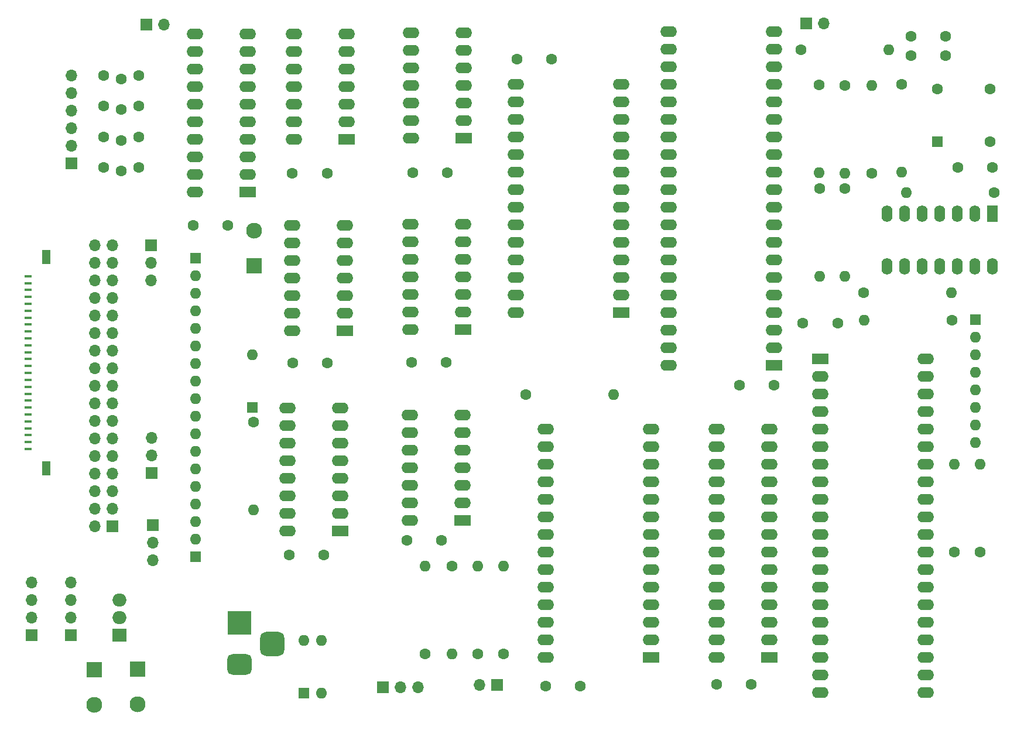
<source format=gbr>
%TF.GenerationSoftware,KiCad,Pcbnew,9.0.4*%
%TF.CreationDate,2025-09-17T13:48:34-04:00*%
%TF.ProjectId,C1581i,43313538-3169-42e6-9b69-6361645f7063,PROTO 2*%
%TF.SameCoordinates,Original*%
%TF.FileFunction,Soldermask,Top*%
%TF.FilePolarity,Negative*%
%FSLAX46Y46*%
G04 Gerber Fmt 4.6, Leading zero omitted, Abs format (unit mm)*
G04 Created by KiCad (PCBNEW 9.0.4) date 2025-09-17 13:48:34*
%MOMM*%
%LPD*%
G01*
G04 APERTURE LIST*
G04 Aperture macros list*
%AMRoundRect*
0 Rectangle with rounded corners*
0 $1 Rounding radius*
0 $2 $3 $4 $5 $6 $7 $8 $9 X,Y pos of 4 corners*
0 Add a 4 corners polygon primitive as box body*
4,1,4,$2,$3,$4,$5,$6,$7,$8,$9,$2,$3,0*
0 Add four circle primitives for the rounded corners*
1,1,$1+$1,$2,$3*
1,1,$1+$1,$4,$5*
1,1,$1+$1,$6,$7*
1,1,$1+$1,$8,$9*
0 Add four rect primitives between the rounded corners*
20,1,$1+$1,$2,$3,$4,$5,0*
20,1,$1+$1,$4,$5,$6,$7,0*
20,1,$1+$1,$6,$7,$8,$9,0*
20,1,$1+$1,$8,$9,$2,$3,0*%
G04 Aperture macros list end*
%ADD10C,1.600000*%
%ADD11R,1.000000X0.400000*%
%ADD12R,1.300000X2.000000*%
%ADD13R,2.400000X1.600000*%
%ADD14O,2.400000X1.600000*%
%ADD15O,1.600000X1.600000*%
%ADD16R,1.600000X1.600000*%
%ADD17R,2.300000X2.300000*%
%ADD18C,2.300000*%
%ADD19R,1.700000X1.700000*%
%ADD20O,1.700000X1.700000*%
%ADD21R,2.000000X1.905000*%
%ADD22O,2.000000X1.905000*%
%ADD23R,1.600000X2.400000*%
%ADD24O,1.600000X2.400000*%
%ADD25R,3.500000X3.500000*%
%ADD26RoundRect,0.750000X1.000000X-0.750000X1.000000X0.750000X-1.000000X0.750000X-1.000000X-0.750000X0*%
%ADD27RoundRect,0.875000X0.875000X-0.875000X0.875000X0.875000X-0.875000X0.875000X-0.875000X-0.875000X0*%
G04 APERTURE END LIST*
D10*
%TO.C,EM2*%
X106725000Y-48370000D03*
X109265000Y-48878000D03*
X111805000Y-48370000D03*
%TD*%
D11*
%TO.C,J4*%
X95756800Y-102374000D03*
X95756800Y-101374000D03*
X95756800Y-100374000D03*
X95756800Y-99374000D03*
X95756800Y-98374000D03*
X95756800Y-97374000D03*
X95756800Y-96374000D03*
X95756800Y-95374000D03*
X95756800Y-94374000D03*
X95756800Y-93374000D03*
X95756800Y-92374000D03*
X95756800Y-91374000D03*
X95756800Y-90374000D03*
X95756800Y-89374000D03*
X95756800Y-88374000D03*
X95756800Y-87374000D03*
X95756800Y-86374000D03*
X95756800Y-85374000D03*
X95756800Y-84374000D03*
X95756800Y-83374000D03*
X95756800Y-82374000D03*
X95756800Y-81374000D03*
X95756800Y-80374000D03*
X95756800Y-79374000D03*
X95756800Y-78374000D03*
X95756800Y-77374000D03*
D12*
X98456800Y-105174000D03*
X98456800Y-74574000D03*
%TD*%
D13*
%TO.C,U12*%
X158790000Y-57440000D03*
D14*
X158790000Y-54900000D03*
X158790000Y-52360000D03*
X158790000Y-49820000D03*
X158790000Y-47280000D03*
X158790000Y-44740000D03*
X158790000Y-42200000D03*
X151170000Y-42200000D03*
X151170000Y-44740000D03*
X151170000Y-47280000D03*
X151170000Y-49820000D03*
X151170000Y-52360000D03*
X151170000Y-54900000D03*
X151170000Y-57440000D03*
%TD*%
D10*
%TO.C,C14*%
X223470000Y-42690000D03*
X228470000Y-42690000D03*
%TD*%
%TO.C,C5*%
X198660000Y-93130000D03*
X203660000Y-93130000D03*
%TD*%
%TO.C,FB3*%
X217810000Y-62460000D03*
D15*
X217810000Y-49760000D03*
%TD*%
D16*
%TO.C,RP1*%
X120010000Y-74780000D03*
D15*
X120010000Y-77320000D03*
X120010000Y-79860000D03*
X120010000Y-82400000D03*
X120010000Y-84940000D03*
X120010000Y-87480000D03*
X120010000Y-90020000D03*
X120010000Y-92560000D03*
X120010000Y-95100000D03*
%TD*%
D17*
%TO.C,C91*%
X111590000Y-134230000D03*
D18*
X111590000Y-139310000D03*
%TD*%
D19*
%TO.C,J2*%
X113800000Y-113350000D03*
D20*
X113800000Y-115890000D03*
X113800000Y-118430000D03*
%TD*%
D16*
%TO.C,D1*%
X128220000Y-96380000D03*
D15*
X128220000Y-88760000D03*
%TD*%
D10*
%TO.C,EM3*%
X111835000Y-61692000D03*
X109295000Y-62200000D03*
X106755000Y-61692000D03*
%TD*%
%TO.C,C10*%
X230260000Y-61650000D03*
X235260000Y-61650000D03*
%TD*%
%TO.C,C1*%
X212850000Y-84190000D03*
X207850000Y-84190000D03*
%TD*%
%TO.C,R2*%
X128371600Y-98501200D03*
D15*
X128371600Y-111201200D03*
%TD*%
D10*
%TO.C,R5*%
X207590000Y-44590000D03*
D15*
X220290000Y-44590000D03*
%TD*%
D10*
%TO.C,EM4*%
X111834999Y-57230000D03*
X109294999Y-57738000D03*
X106754999Y-57230000D03*
%TD*%
%TO.C,R1*%
X233500000Y-117260000D03*
D15*
X233500000Y-104560000D03*
%TD*%
D19*
%TO.C,J3*%
X113650000Y-105875000D03*
D20*
X113650000Y-103335000D03*
X113650000Y-100795000D03*
%TD*%
D10*
%TO.C,C3*%
X195330000Y-136410000D03*
X200330000Y-136410000D03*
%TD*%
D19*
%TO.C,J1*%
X113570000Y-72900000D03*
D20*
X113570000Y-75440000D03*
X113570000Y-77980000D03*
%TD*%
D19*
%TO.C,J5*%
X163590000Y-136470000D03*
D20*
X161050000Y-136470000D03*
%TD*%
D10*
%TO.C,R10*%
X229410000Y-83720000D03*
D15*
X216710000Y-83720000D03*
%TD*%
D17*
%TO.C,C20*%
X128480000Y-75890000D03*
D18*
X128480000Y-70810000D03*
%TD*%
D10*
%TO.C,C15*%
X223470000Y-45460000D03*
X228470000Y-45460000D03*
%TD*%
D17*
%TO.C,C90*%
X105370000Y-134270000D03*
D18*
X105370000Y-139350000D03*
%TD*%
D10*
%TO.C,FB1*%
X229760000Y-117240000D03*
D15*
X229760000Y-104540000D03*
%TD*%
D13*
%TO.C,U3*%
X202950000Y-132530000D03*
D14*
X202950000Y-129990000D03*
X202950000Y-127450000D03*
X202950000Y-124910000D03*
X202950000Y-122370000D03*
X202950000Y-119830000D03*
X202950000Y-117290000D03*
X202950000Y-114750000D03*
X202950000Y-112210000D03*
X202950000Y-109670000D03*
X202950000Y-107130000D03*
X202950000Y-104590000D03*
X202950000Y-102050000D03*
X202950000Y-99510000D03*
X195330000Y-99510000D03*
X195330000Y-102050000D03*
X195330000Y-104590000D03*
X195330000Y-107130000D03*
X195330000Y-109670000D03*
X195330000Y-112210000D03*
X195330000Y-114750000D03*
X195330000Y-117290000D03*
X195330000Y-119830000D03*
X195330000Y-122370000D03*
X195330000Y-124910000D03*
X195330000Y-127450000D03*
X195330000Y-129990000D03*
X195330000Y-132530000D03*
%TD*%
D10*
%TO.C,R14*%
X164580000Y-132010000D03*
D15*
X164580000Y-119310000D03*
%TD*%
D16*
%TO.C,SW1*%
X135636000Y-137668000D03*
D15*
X138176000Y-137668000D03*
X138176000Y-130048000D03*
X135636000Y-130048000D03*
%TD*%
D10*
%TO.C,FB2*%
X213870000Y-64680000D03*
D15*
X213870000Y-77380000D03*
%TD*%
D10*
%TO.C,C11*%
X150570000Y-115560000D03*
X155570000Y-115560000D03*
%TD*%
%TO.C,R12*%
X160820000Y-132010000D03*
D15*
X160820000Y-119310000D03*
%TD*%
D13*
%TO.C,U13*%
X127560000Y-65170000D03*
D14*
X127560000Y-62630000D03*
X127560000Y-60090000D03*
X127560000Y-57550000D03*
X127560000Y-55010000D03*
X127560000Y-52470000D03*
X127560000Y-49930000D03*
X127560000Y-47390000D03*
X127560000Y-44850000D03*
X127560000Y-42310000D03*
X119940000Y-42310000D03*
X119940000Y-44850000D03*
X119940000Y-47390000D03*
X119940000Y-49930000D03*
X119940000Y-52470000D03*
X119940000Y-55010000D03*
X119940000Y-57550000D03*
X119940000Y-60090000D03*
X119940000Y-62630000D03*
X119940000Y-65170000D03*
%TD*%
D21*
%TO.C,U90*%
X108966000Y-129286000D03*
D22*
X108966000Y-126746000D03*
X108966000Y-124206000D03*
%TD*%
D19*
%TO.C,J6*%
X112903000Y-40970200D03*
D20*
X115443000Y-40970200D03*
%TD*%
D10*
%TO.C,C8*%
X151210000Y-89860000D03*
X156210000Y-89860000D03*
%TD*%
D19*
%TO.C,CN2*%
X107970000Y-113540000D03*
D20*
X105430000Y-113540000D03*
X107970000Y-111000000D03*
X105430000Y-111000000D03*
X107970000Y-108460000D03*
X105430000Y-108460000D03*
X107970000Y-105920000D03*
X105430000Y-105920000D03*
X107970000Y-103380000D03*
X105430000Y-103380000D03*
X107970000Y-100840000D03*
X105430000Y-100840000D03*
X107970000Y-98300000D03*
X105430000Y-98300000D03*
X107970000Y-95760000D03*
X105430000Y-95760000D03*
X107970000Y-93220000D03*
X105430000Y-93220000D03*
X107970000Y-90680000D03*
X105430000Y-90680000D03*
X107970000Y-88140000D03*
X105430000Y-88140000D03*
X107970000Y-85600000D03*
X105430000Y-85600000D03*
X107970000Y-83060000D03*
X105430000Y-83060000D03*
X107970000Y-80520000D03*
X105430000Y-80520000D03*
X107970000Y-77980000D03*
X105430000Y-77980000D03*
X107970000Y-75440000D03*
X105430000Y-75440000D03*
X107970000Y-72900000D03*
X105430000Y-72900000D03*
%TD*%
D23*
%TO.C,U10*%
X235210000Y-68380000D03*
D24*
X232670000Y-68380000D03*
X230130000Y-68380000D03*
X227590000Y-68380000D03*
X225050000Y-68380000D03*
X222510000Y-68380000D03*
X219970000Y-68380000D03*
X219970000Y-76000000D03*
X222510000Y-76000000D03*
X225050000Y-76000000D03*
X227590000Y-76000000D03*
X230130000Y-76000000D03*
X232670000Y-76000000D03*
X235210000Y-76000000D03*
%TD*%
D19*
%TO.C,CN1*%
X102006400Y-129286000D03*
D20*
X102006400Y-126746000D03*
X102006400Y-124206000D03*
X102006400Y-121666000D03*
%TD*%
D19*
%TO.C,JP1*%
X208340000Y-40790000D03*
D20*
X210880000Y-40790000D03*
%TD*%
D10*
%TO.C,FB5*%
X216630000Y-79760000D03*
D15*
X229330000Y-79760000D03*
%TD*%
D10*
%TO.C,R4*%
X167800000Y-94480000D03*
D15*
X180500000Y-94480000D03*
%TD*%
D10*
%TO.C,R13*%
X157120000Y-119320000D03*
D15*
X157120000Y-132020000D03*
%TD*%
D10*
%TO.C,C4*%
X166520000Y-46010000D03*
X171520000Y-46010000D03*
%TD*%
%TO.C,FB6*%
X210210000Y-49700000D03*
D15*
X210210000Y-62400000D03*
%TD*%
D10*
%TO.C,C9*%
X134020000Y-62520000D03*
X139020000Y-62520000D03*
%TD*%
D13*
%TO.C,U4*%
X181580000Y-82640000D03*
D14*
X181580000Y-80100000D03*
X181580000Y-77560000D03*
X181580000Y-75020000D03*
X181580000Y-72480000D03*
X181580000Y-69940000D03*
X181580000Y-67400000D03*
X181580000Y-64860000D03*
X181580000Y-62320000D03*
X181580000Y-59780000D03*
X181580000Y-57240000D03*
X181580000Y-54700000D03*
X181580000Y-52160000D03*
X181580000Y-49620000D03*
X166340000Y-49620000D03*
X166340000Y-52160000D03*
X166340000Y-54700000D03*
X166340000Y-57240000D03*
X166340000Y-59780000D03*
X166340000Y-62320000D03*
X166340000Y-64860000D03*
X166340000Y-67400000D03*
X166340000Y-69940000D03*
X166340000Y-72480000D03*
X166340000Y-75020000D03*
X166340000Y-77560000D03*
X166340000Y-80100000D03*
X166340000Y-82640000D03*
%TD*%
D10*
%TO.C,EM1*%
X111825000Y-52730000D03*
X109285000Y-53238000D03*
X106745000Y-52730000D03*
%TD*%
%TO.C,C12*%
X151400000Y-62410000D03*
X156400000Y-62410000D03*
%TD*%
%TO.C,C13*%
X119690000Y-70060000D03*
X124690000Y-70060000D03*
%TD*%
%TO.C,C7*%
X134080000Y-89890000D03*
X139080000Y-89890000D03*
%TD*%
%TO.C,C2*%
X170620000Y-136690000D03*
X175620000Y-136690000D03*
%TD*%
%TO.C,R3*%
X210230000Y-64710000D03*
D15*
X210230000Y-77410000D03*
%TD*%
D19*
%TO.C,CN8*%
X96276400Y-129286000D03*
D20*
X96276400Y-126746000D03*
X96276400Y-124206000D03*
X96276400Y-121666000D03*
%TD*%
D13*
%TO.C,U1*%
X210340000Y-89330000D03*
D14*
X210340000Y-91870000D03*
X210340000Y-94410000D03*
X210340000Y-96950000D03*
X210340000Y-99490000D03*
X210340000Y-102030000D03*
X210340000Y-104570000D03*
X210340000Y-107110000D03*
X210340000Y-109650000D03*
X210340000Y-112190000D03*
X210340000Y-114730000D03*
X210340000Y-117270000D03*
X210340000Y-119810000D03*
X210340000Y-122350000D03*
X210340000Y-124890000D03*
X210340000Y-127430000D03*
X210340000Y-129970000D03*
X210340000Y-132510000D03*
X210340000Y-135050000D03*
X210340000Y-137590000D03*
X225580000Y-137590000D03*
X225580000Y-135050000D03*
X225580000Y-132510000D03*
X225580000Y-129970000D03*
X225580000Y-127430000D03*
X225580000Y-124890000D03*
X225580000Y-122350000D03*
X225580000Y-119810000D03*
X225580000Y-117270000D03*
X225580000Y-114730000D03*
X225580000Y-112190000D03*
X225580000Y-109650000D03*
X225580000Y-107110000D03*
X225580000Y-104570000D03*
X225580000Y-102030000D03*
X225580000Y-99490000D03*
X225580000Y-96950000D03*
X225580000Y-94410000D03*
X225580000Y-91870000D03*
X225580000Y-89330000D03*
%TD*%
D13*
%TO.C,U7*%
X141590000Y-85270000D03*
D14*
X141590000Y-82730000D03*
X141590000Y-80190000D03*
X141590000Y-77650000D03*
X141590000Y-75110000D03*
X141590000Y-72570000D03*
X141590000Y-70030000D03*
X133970000Y-70030000D03*
X133970000Y-72570000D03*
X133970000Y-75110000D03*
X133970000Y-77650000D03*
X133970000Y-80190000D03*
X133970000Y-82730000D03*
X133970000Y-85270000D03*
%TD*%
D10*
%TO.C,R11*%
X213920000Y-49760000D03*
D15*
X213920000Y-62460000D03*
%TD*%
D19*
%TO.C,CN5*%
X147080000Y-136830000D03*
D20*
X149620000Y-136830000D03*
X152160000Y-136830000D03*
%TD*%
D16*
%TO.C,X1*%
X227260000Y-57930000D03*
D10*
X234880000Y-57930000D03*
X234880000Y-50310000D03*
X227260000Y-50310000D03*
%TD*%
D13*
%TO.C,U5*%
X203630000Y-90290000D03*
D14*
X203630000Y-87750000D03*
X203630000Y-85210000D03*
X203630000Y-82670000D03*
X203630000Y-80130000D03*
X203630000Y-77590000D03*
X203630000Y-75050000D03*
X203630000Y-72510000D03*
X203630000Y-69970000D03*
X203630000Y-67430000D03*
X203630000Y-64890000D03*
X203630000Y-62350000D03*
X203630000Y-59810000D03*
X203630000Y-57270000D03*
X203630000Y-54730000D03*
X203630000Y-52190000D03*
X203630000Y-49650000D03*
X203630000Y-47110000D03*
X203630000Y-44570000D03*
X203630000Y-42030000D03*
X188390000Y-42030000D03*
X188390000Y-44570000D03*
X188390000Y-47110000D03*
X188390000Y-49650000D03*
X188390000Y-52190000D03*
X188390000Y-54730000D03*
X188390000Y-57270000D03*
X188390000Y-59810000D03*
X188390000Y-62350000D03*
X188390000Y-64890000D03*
X188390000Y-67430000D03*
X188390000Y-69970000D03*
X188390000Y-72510000D03*
X188390000Y-75050000D03*
X188390000Y-77590000D03*
X188390000Y-80130000D03*
X188390000Y-82670000D03*
X188390000Y-85210000D03*
X188390000Y-87750000D03*
X188390000Y-90290000D03*
%TD*%
D10*
%TO.C,C6*%
X133530000Y-117660000D03*
X138530000Y-117660000D03*
%TD*%
D16*
%TO.C,RP2*%
X232770000Y-83660000D03*
D15*
X232770000Y-86200000D03*
X232770000Y-88740000D03*
X232770000Y-91280000D03*
X232770000Y-93820000D03*
X232770000Y-96360000D03*
X232770000Y-98900000D03*
X232770000Y-101440000D03*
%TD*%
D19*
%TO.C,CN7*%
X102065000Y-61078000D03*
D20*
X102065000Y-58538000D03*
X102065000Y-55998000D03*
X102065000Y-53458000D03*
X102065000Y-50918000D03*
X102065000Y-48378000D03*
%TD*%
D13*
%TO.C,U6*%
X140940000Y-114190000D03*
D14*
X140940000Y-111650000D03*
X140940000Y-109110000D03*
X140940000Y-106570000D03*
X140940000Y-104030000D03*
X140940000Y-101490000D03*
X140940000Y-98950000D03*
X140940000Y-96410000D03*
X133320000Y-96410000D03*
X133320000Y-98950000D03*
X133320000Y-101490000D03*
X133320000Y-104030000D03*
X133320000Y-106570000D03*
X133320000Y-109110000D03*
X133320000Y-111650000D03*
X133320000Y-114190000D03*
%TD*%
D13*
%TO.C,U8*%
X158730000Y-85100000D03*
D14*
X158730000Y-82560000D03*
X158730000Y-80020000D03*
X158730000Y-77480000D03*
X158730000Y-74940000D03*
X158730000Y-72400000D03*
X158730000Y-69860000D03*
X151110000Y-69860000D03*
X151110000Y-72400000D03*
X151110000Y-74940000D03*
X151110000Y-77480000D03*
X151110000Y-80020000D03*
X151110000Y-82560000D03*
X151110000Y-85100000D03*
%TD*%
D13*
%TO.C,U2*%
X185910000Y-132510000D03*
D14*
X185910000Y-129970000D03*
X185910000Y-127430000D03*
X185910000Y-124890000D03*
X185910000Y-122350000D03*
X185910000Y-119810000D03*
X185910000Y-117270000D03*
X185910000Y-114730000D03*
X185910000Y-112190000D03*
X185910000Y-109650000D03*
X185910000Y-107110000D03*
X185910000Y-104570000D03*
X185910000Y-102030000D03*
X185910000Y-99490000D03*
X170670000Y-99490000D03*
X170670000Y-102030000D03*
X170670000Y-104570000D03*
X170670000Y-107110000D03*
X170670000Y-109650000D03*
X170670000Y-112190000D03*
X170670000Y-114730000D03*
X170670000Y-117270000D03*
X170670000Y-119810000D03*
X170670000Y-122350000D03*
X170670000Y-124890000D03*
X170670000Y-127430000D03*
X170670000Y-129970000D03*
X170670000Y-132510000D03*
%TD*%
D25*
%TO.C,J90*%
X126364000Y-127556000D03*
D26*
X126364000Y-133556000D03*
D27*
X131064000Y-130556000D03*
%TD*%
D16*
%TO.C,RP11*%
X120010000Y-117990000D03*
D15*
X120010000Y-115450000D03*
X120010000Y-112910000D03*
X120010000Y-110370000D03*
X120010000Y-107830000D03*
X120010000Y-105290000D03*
X120010000Y-102750000D03*
X120010000Y-100210000D03*
X120010000Y-97670000D03*
%TD*%
D10*
%TO.C,R6*%
X153240000Y-132050000D03*
D15*
X153240000Y-119350000D03*
%TD*%
D13*
%TO.C,U11*%
X158600000Y-112720000D03*
D14*
X158600000Y-110180000D03*
X158600000Y-107640000D03*
X158600000Y-105100000D03*
X158600000Y-102560000D03*
X158600000Y-100020000D03*
X158600000Y-97480000D03*
X150980000Y-97480000D03*
X150980000Y-100020000D03*
X150980000Y-102560000D03*
X150980000Y-105100000D03*
X150980000Y-107640000D03*
X150980000Y-110180000D03*
X150980000Y-112720000D03*
%TD*%
D13*
%TO.C,U9*%
X141860000Y-57550000D03*
D14*
X141860000Y-55010000D03*
X141860000Y-52470000D03*
X141860000Y-49930000D03*
X141860000Y-47390000D03*
X141860000Y-44850000D03*
X141860000Y-42310000D03*
X134240000Y-42310000D03*
X134240000Y-44850000D03*
X134240000Y-47390000D03*
X134240000Y-49930000D03*
X134240000Y-52470000D03*
X134240000Y-55010000D03*
X134240000Y-57550000D03*
%TD*%
D10*
%TO.C,R9*%
X235480000Y-65280000D03*
D15*
X222780000Y-65280000D03*
%TD*%
D10*
%TO.C,FB4*%
X222140000Y-49610000D03*
D15*
X222140000Y-62310000D03*
%TD*%
M02*

</source>
